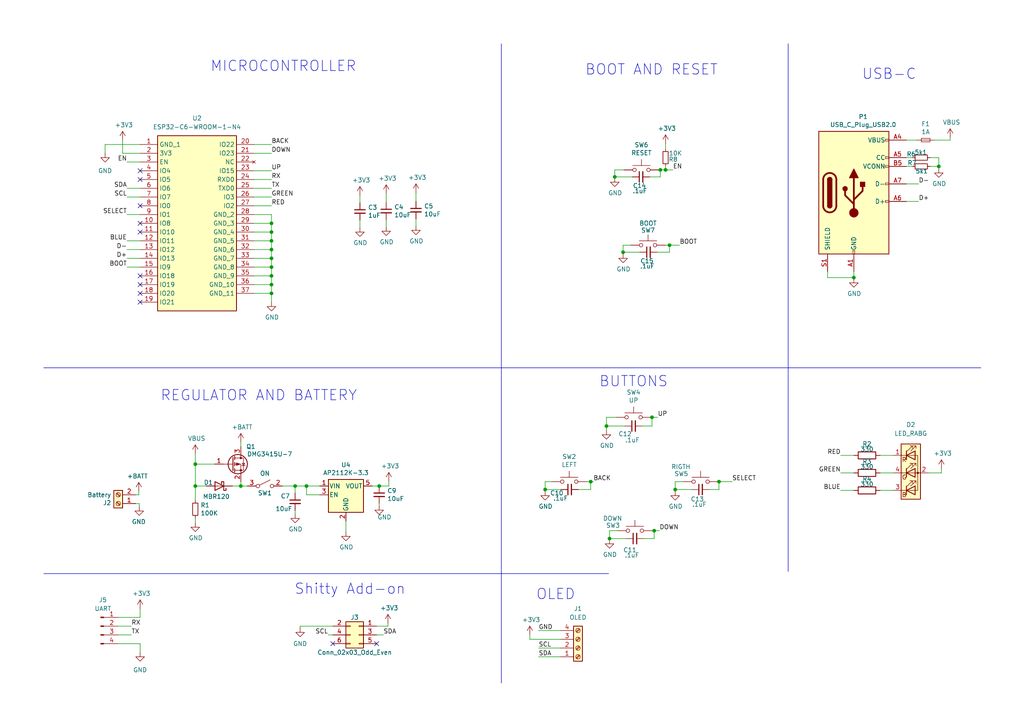
<source format=kicad_sch>
(kicad_sch (version 20231120) (generator "eeschema") (generator_version "8.0")
  (paper "A4")
  (title_block (title "ApsecPnw-2024") (date "2024-04-10") (rev "v2.0") (company "Electronic Cats"))
  (lib_symbols
    (symbol "Connector:Conn_01x04_Pin" (pin_names (offset 1.016) hide)
      (property "Reference" "J" (at 0 5.08 0))
      (property "Value" "Conn_01x04_Pin" (at 0 -7.62 0))
      (symbol "Conn_01x04_Pin_1_1"
        (polyline (pts (xy 1.27 -5.08) (xy 0.8636 -5.08)) (stroke (width 0.1524)))
        (polyline (pts (xy 1.27 -2.54) (xy 0.8636 -2.54)) (stroke (width 0.1524)))
        (polyline (pts (xy 1.27 0) (xy 0.8636 0)) (stroke (width 0.1524)))
        (polyline (pts (xy 1.27 2.54) (xy 0.8636 2.54)) (stroke (width 0.1524)))
        (rectangle (start 0.8636 -4.953) (end 0 -5.207) (stroke (width 0.1524)) (fill (type outline)))
        (rectangle (start 0.8636 -2.413) (end 0 -2.667) (stroke (width 0.1524)) (fill (type outline)))
        (rectangle (start 0.8636 0.127) (end 0 -0.127) (stroke (width 0.1524)) (fill (type outline)))
        (rectangle (start 0.8636 2.667) (end 0 2.413) (stroke (width 0.1524)) (fill (type outline)))
        (pin passive line (at 5.08 2.54 180) (length 3.81) (name "Pin_1") (number "1"))
        (pin passive line (at 5.08 0 180) (length 3.81) (name "Pin_2") (number "2"))
        (pin passive line (at 5.08 -2.54 180) (length 3.81) (name "Pin_3") (number "3"))
        (pin passive line (at 5.08 -5.08 180) (length 3.81) (name "Pin_4") (number "4"))
      )
    )
    (symbol "Connector:Screw_Terminal_01x02" (pin_names (offset 1.016) hide)
      (property "Reference" "J" (at 0 2.54 0))
      (property "Value" "Screw_Terminal_01x02" (at 0 -5.08 0))
      (symbol "Screw_Terminal_01x02_1_1"
        (rectangle (start -1.27 1.27) (end 1.27 -3.81) (stroke (width 0.254)) (fill (type background)))
        (circle (center 0 -2.54) (radius 0.635) (stroke (width 0.1524)))
        (polyline (pts (xy -0.5334 -2.2098) (xy 0.3302 -3.048)) (stroke (width 0.1524)))
        (polyline (pts (xy -0.5334 0.3302) (xy 0.3302 -0.508)) (stroke (width 0.1524)))
        (polyline (pts (xy -0.3556 -2.032) (xy 0.508 -2.8702)) (stroke (width 0.1524)))
        (polyline (pts (xy -0.3556 0.508) (xy 0.508 -0.3302)) (stroke (width 0.1524)))
        (circle (center 0 0) (radius 0.635) (stroke (width 0.1524)))
        (pin passive line (at -5.08 0 0) (length 3.81) (name "Pin_1") (number "1"))
        (pin passive line (at -5.08 -2.54 0) (length 3.81) (name "Pin_2") (number "2"))
      )
    )
    (symbol "Connector:Screw_Terminal_01x04" (pin_names (offset 1.016) hide)
      (property "Reference" "J" (at 0 5.08 0))
      (property "Value" "Screw_Terminal_01x04" (at 0 -7.62 0))
      (symbol "Screw_Terminal_01x04_1_1"
        (rectangle (start -1.27 3.81) (end 1.27 -6.35) (stroke (width 0.254)) (fill (type background)))
        (circle (center 0 -5.08) (radius 0.635) (stroke (width 0.1524)))
        (circle (center 0 -2.54) (radius 0.635) (stroke (width 0.1524)))
        (polyline (pts (xy -0.5334 -4.7498) (xy 0.3302 -5.588)) (stroke (width 0.1524)))
        (polyline (pts (xy -0.5334 -2.2098) (xy 0.3302 -3.048)) (stroke (width 0.1524)))
        (polyline (pts (xy -0.5334 0.3302) (xy 0.3302 -0.508)) (stroke (width 0.1524)))
        (polyline (pts (xy -0.5334 2.8702) (xy 0.3302 2.032)) (stroke (width 0.1524)))
        (polyline (pts (xy -0.3556 -4.572) (xy 0.508 -5.4102)) (stroke (width 0.1524)))
        (polyline (pts (xy -0.3556 -2.032) (xy 0.508 -2.8702)) (stroke (width 0.1524)))
        (polyline (pts (xy -0.3556 0.508) (xy 0.508 -0.3302)) (stroke (width 0.1524)))
        (polyline (pts (xy -0.3556 3.048) (xy 0.508 2.2098)) (stroke (width 0.1524)))
        (circle (center 0 0) (radius 0.635) (stroke (width 0.1524)))
        (circle (center 0 2.54) (radius 0.635) (stroke (width 0.1524)))
        (pin passive line (at -5.08 2.54 0) (length 3.81) (name "Pin_1") (number "1"))
        (pin passive line (at -5.08 0 0) (length 3.81) (name "Pin_2") (number "2"))
        (pin passive line (at -5.08 -2.54 0) (length 3.81) (name "Pin_3") (number "3"))
        (pin passive line (at -5.08 -5.08 0) (length 3.81) (name "Pin_4") (number "4"))
      )
    )
    (symbol "Connector_Generic:Conn_02x03_Odd_Even" (pin_names (offset 1.016) hide)
      (property "Reference" "J" (at 1.27 5.08 0))
      (property "Value" "Conn_02x03_Odd_Even" (at 1.27 -5.08 0))
      (symbol "Conn_02x03_Odd_Even_1_1"
        (rectangle (start -1.27 -2.413) (end 0 -2.667) (stroke (width 0.1524)))
        (rectangle (start -1.27 0.127) (end 0 -0.127) (stroke (width 0.1524)))
        (rectangle (start -1.27 2.667) (end 0 2.413) (stroke (width 0.1524)))
        (rectangle (start -1.27 3.81) (end 3.81 -3.81) (stroke (width 0.254)) (fill (type background)))
        (rectangle (start 3.81 -2.413) (end 2.54 -2.667) (stroke (width 0.1524)))
        (rectangle (start 3.81 0.127) (end 2.54 -0.127) (stroke (width 0.1524)))
        (rectangle (start 3.81 2.667) (end 2.54 2.413) (stroke (width 0.1524)))
        (pin passive line (at -5.08 2.54 0) (length 3.81) (name "Pin_1") (number "1"))
        (pin passive line (at 7.62 2.54 180) (length 3.81) (name "Pin_2") (number "2"))
        (pin passive line (at -5.08 0 0) (length 3.81) (name "Pin_3") (number "3"))
        (pin passive line (at 7.62 0 180) (length 3.81) (name "Pin_4") (number "4"))
        (pin passive line (at -5.08 -2.54 0) (length 3.81) (name "Pin_5") (number "5"))
        (pin passive line (at 7.62 -2.54 180) (length 3.81) (name "Pin_6") (number "6"))
      )
    )
    (symbol "Device:C_Small" (pin_numbers hide) (pin_names (offset 0.254) hide)
      (property "Reference" "C" (at 0.254 1.778 0))
      (property "Value" "C_Small" (at 0.254 -2.032 0))
      (symbol "C_Small_0_1"
        (polyline (pts (xy -1.524 -0.508) (xy 1.524 -0.508)) (stroke (width 0.3302)))
        (polyline (pts (xy -1.524 0.508) (xy 1.524 0.508)) (stroke (width 0.3048)))
      )
      (symbol "C_Small_1_1"
        (pin passive line (at 0 2.54 270) (length 2.032) (name "~") (number "1"))
        (pin passive line (at 0 -2.54 90) (length 2.032) (name "~") (number "2"))
      )
    )
    (symbol "Device:Fuse_Small" (pin_numbers hide) (pin_names (offset 0.254) hide)
      (property "Reference" "F" (at 0 -1.524 0))
      (property "Value" "Fuse_Small" (at 0 1.524 0))
      (symbol "Fuse_Small_0_1"
        (rectangle (start -1.27 0.508) (end 1.27 -0.508))
        (polyline (pts (xy -1.27 0) (xy 1.27 0)))
      )
      (symbol "Fuse_Small_1_1"
        (pin passive line (at -2.54 0 0) (length 1.27) (name "~") (number "1"))
        (pin passive line (at 2.54 0 180) (length 1.27) (name "~") (number "2"))
      )
    )
    (symbol "Device:LED_RABG" (pin_names (offset 0) hide)
      (property "Reference" "D" (at 0 9.398 0))
      (property "Value" "LED_RABG" (at 0 -8.89 0))
      (symbol "LED_RABG_0_0"
        (text "B" (at -1.905 -6.35 0) (effects (font (size 1.27 1.27))))
        (text "G" (at -1.905 -1.27 0) (effects (font (size 1.27 1.27))))
        (text "R" (at -1.905 3.81 0) (effects (font (size 1.27 1.27))))
      )
      (symbol "LED_RABG_0_1"
        (polyline (pts (xy -1.27 -5.08) (xy -2.54 -5.08)))
        (polyline (pts (xy -1.27 -5.08) (xy 1.27 -5.08)))
        (polyline (pts (xy -1.27 -3.81) (xy -1.27 -6.35)) (stroke (width 0.254)))
        (polyline (pts (xy -1.27 0) (xy -2.54 0)))
        (polyline (pts (xy -1.27 1.27) (xy -1.27 -1.27)) (stroke (width 0.254)))
        (polyline (pts (xy -1.27 5.08) (xy -2.54 5.08)))
        (polyline (pts (xy -1.27 5.08) (xy 1.27 5.08)))
        (polyline (pts (xy -1.27 6.35) (xy -1.27 3.81)) (stroke (width 0.254)))
        (polyline (pts (xy 1.27 0) (xy -1.27 0)))
        (polyline (pts (xy 1.27 0) (xy 2.54 0)))
        (polyline (pts (xy -1.27 1.27) (xy -1.27 -1.27) (xy -1.27 -1.27)))
        (polyline (pts (xy -1.27 6.35) (xy -1.27 3.81) (xy -1.27 3.81)))
        (polyline (pts (xy 1.27 -5.08) (xy 2.032 -5.08) (xy 2.032 5.08) (xy 1.27 5.08)))
        (polyline (pts (xy 1.27 -3.81) (xy 1.27 -6.35) (xy -1.27 -5.08) (xy 1.27 -3.81)) (stroke (width 0.254)))
        (polyline (pts (xy 1.27 1.27) (xy 1.27 -1.27) (xy -1.27 0) (xy 1.27 1.27)) (stroke (width 0.254)))
        (polyline (pts (xy 1.27 6.35) (xy 1.27 3.81) (xy -1.27 5.08) (xy 1.27 6.35)) (stroke (width 0.254)))
        (polyline (pts (xy -1.016 -3.81) (xy 0.508 -2.286) (xy -0.254 -2.286) (xy 0.508 -2.286) (xy 0.508 -3.048)))
        (polyline (pts (xy -1.016 1.27) (xy 0.508 2.794) (xy -0.254 2.794) (xy 0.508 2.794) (xy 0.508 2.032)))
        (polyline (pts (xy -1.016 6.35) (xy 0.508 7.874) (xy -0.254 7.874) (xy 0.508 7.874) (xy 0.508 7.112)))
        (polyline (pts (xy 0 -3.81) (xy 1.524 -2.286) (xy 0.762 -2.286) (xy 1.524 -2.286) (xy 1.524 -3.048)))
        (polyline (pts (xy 0 1.27) (xy 1.524 2.794) (xy 0.762 2.794) (xy 1.524 2.794) (xy 1.524 2.032)))
        (polyline (pts (xy 0 6.35) (xy 1.524 7.874) (xy 0.762 7.874) (xy 1.524 7.874) (xy 1.524 7.112)))
        (rectangle (start 1.27 -1.27) (end 1.27 1.27))
        (rectangle (start 1.27 1.27) (end 1.27 1.27))
        (rectangle (start 1.27 3.81) (end 1.27 6.35))
        (rectangle (start 1.27 6.35) (end 1.27 6.35))
        (circle (center 2.032 0) (radius 0.254) (fill (type outline)))
        (rectangle (start 2.794 8.382) (end -2.794 -7.62) (stroke (width 0.254)) (fill (type background)))
      )
      (symbol "LED_RABG_1_1"
        (pin passive line (at -5.08 5.08 0) (length 2.54) (name "RK") (number "1"))
        (pin passive line (at 5.08 0 180) (length 2.54) (name "A") (number "2"))
        (pin passive line (at -5.08 -5.08 0) (length 2.54) (name "BK") (number "3"))
        (pin passive line (at -5.08 0 0) (length 2.54) (name "GK") (number "4"))
      )
    )
    (symbol "Device:Q_PMOS_GSD" (pin_names (offset 0) hide)
      (property "Reference" "Q" (at 5.08 1.27 0))
      (property "Value" "Q_PMOS_GSD" (at 5.08 -1.27 0))
      (symbol "Q_PMOS_GSD_0_1"
        (polyline (pts (xy 0.254 0) (xy -2.54 0)))
        (polyline (pts (xy 0.254 1.905) (xy 0.254 -1.905)) (stroke (width 0.254)))
        (polyline (pts (xy 0.762 -1.27) (xy 0.762 -2.286)) (stroke (width 0.254)))
        (polyline (pts (xy 0.762 0.508) (xy 0.762 -0.508)) (stroke (width 0.254)))
        (polyline (pts (xy 0.762 2.286) (xy 0.762 1.27)) (stroke (width 0.254)))
        (polyline (pts (xy 2.54 2.54) (xy 2.54 1.778)))
        (polyline (pts (xy 2.54 -2.54) (xy 2.54 0) (xy 0.762 0)))
        (polyline (pts (xy 0.762 1.778) (xy 3.302 1.778) (xy 3.302 -1.778) (xy 0.762 -1.778)))
        (polyline (pts (xy 2.286 0) (xy 1.27 0.381) (xy 1.27 -0.381) (xy 2.286 0)) (fill (type outline)))
        (polyline (pts (xy 2.794 -0.508) (xy 2.921 -0.381) (xy 3.683 -0.381) (xy 3.81 -0.254)))
        (polyline (pts (xy 3.302 -0.381) (xy 2.921 0.254) (xy 3.683 0.254) (xy 3.302 -0.381)))
        (circle (center 1.651 0) (radius 2.794) (stroke (width 0.254)))
        (circle (center 2.54 -1.778) (radius 0.254) (fill (type outline)))
        (circle (center 2.54 1.778) (radius 0.254) (fill (type outline)))
      )
      (symbol "Q_PMOS_GSD_1_1"
        (pin input line (at -5.08 0 0) (length 2.54) (name "G") (number "1"))
        (pin passive line (at 2.54 -5.08 90) (length 2.54) (name "S") (number "2"))
        (pin passive line (at 2.54 5.08 270) (length 2.54) (name "D") (number "3"))
      )
    )
    (symbol "Device:R" (pin_numbers hide) (pin_names (offset 0))
      (property "Reference" "R" (at 2.032 0 90))
      (property "Value" "R" (at 0 0 90))
      (symbol "R_0_1"
        (rectangle (start -1.016 -2.54) (end 1.016 2.54) (stroke (width 0.254)))
      )
      (symbol "R_1_1"
        (pin passive line (at 0 3.81 270) (length 1.27) (name "~") (number "1"))
        (pin passive line (at 0 -3.81 90) (length 1.27) (name "~") (number "2"))
      )
    )
    (symbol "Device:R_Small" (pin_numbers hide) (pin_names (offset 0.254) hide)
      (property "Reference" "R" (at 0.762 0.508 0))
      (property "Value" "R_Small" (at 0.762 -1.016 0))
      (symbol "R_Small_0_1"
        (rectangle (start -0.762 1.778) (end 0.762 -1.778) (stroke (width 0.2032)))
      )
      (symbol "R_Small_1_1"
        (pin passive line (at 0 2.54 270) (length 0.762) (name "~") (number "1"))
        (pin passive line (at 0 -2.54 90) (length 0.762) (name "~") (number "2"))
      )
    )
    (symbol "Diode:MBR340" (pin_numbers hide) (pin_names (offset 1.016) hide)
      (property "Reference" "D" (at 0 2.54 0))
      (property "Value" "MBR340" (at 0 -2.54 0))
      (symbol "MBR340_0_1"
        (polyline (pts (xy 1.27 0) (xy -1.27 0)))
        (polyline (pts (xy 1.27 1.27) (xy 1.27 -1.27) (xy -1.27 0) (xy 1.27 1.27)) (stroke (width 0.254)))
        (polyline (pts (xy -1.905 0.635) (xy -1.905 1.27) (xy -1.27 1.27) (xy -1.27 -1.27) (xy -0.635 -1.27) (xy -0.635 -0.635)) (stroke (width 0.254)))
      )
      (symbol "MBR340_1_1"
        (pin passive line (at -3.81 0 0) (length 2.54) (name "K") (number "1"))
        (pin passive line (at 3.81 0 180) (length 2.54) (name "A") (number "2"))
      )
    )
    (symbol "ESP32-C6-WROOM-1-N4:ESP32-C6-WROOM-1-N4"
      (property "Reference" "IC" (at 29.21 7.62 0))
      (property "Value" "ESP32-C6-WROOM-1-N4" (at 29.21 5.08 0))
      (symbol "ESP32-C6-WROOM-1-N4_1_1"
        (rectangle (start 5.08 2.54) (end 27.94 -48.26) (stroke (width 0.254)) (fill (type background)))
        (pin passive line (at 0 0 0) (length 5.08) (name "GND_1") (number "1"))
        (pin passive line (at 0 -22.86 0) (length 5.08) (name "IO8") (number "10"))
        (pin passive line (at 0 -25.4 0) (length 5.08) (name "IO10") (number "11"))
        (pin passive line (at 0 -27.94 0) (length 5.08) (name "IO11") (number "12"))
        (pin passive line (at 0 -30.48 0) (length 5.08) (name "IO12") (number "13"))
        (pin passive line (at 0 -33.02 0) (length 5.08) (name "IO13") (number "14"))
        (pin passive line (at 0 -35.56 0) (length 5.08) (name "IO9") (number "15"))
        (pin passive line (at 0 -38.1 0) (length 5.08) (name "IO18") (number "16"))
        (pin passive line (at 0 -40.64 0) (length 5.08) (name "IO19") (number "17"))
        (pin passive line (at 0 -43.18 0) (length 5.08) (name "IO20") (number "18"))
        (pin passive line (at 0 -45.72 0) (length 5.08) (name "IO21") (number "19"))
        (pin passive line (at 0 -2.54 0) (length 5.08) (name "3V3") (number "2"))
        (pin passive line (at 33.02 0 180) (length 5.08) (name "IO22") (number "20"))
        (pin passive line (at 33.02 -2.54 180) (length 5.08) (name "IO23") (number "21"))
        (pin no_connect line (at 33.02 -5.08 180) (length 5.08) (name "NC") (number "22"))
        (pin passive line (at 33.02 -7.62 180) (length 5.08) (name "IO15") (number "23"))
        (pin passive line (at 33.02 -10.16 180) (length 5.08) (name "RXD0") (number "24"))
        (pin passive line (at 33.02 -12.7 180) (length 5.08) (name "TXD0") (number "25"))
        (pin passive line (at 33.02 -15.24 180) (length 5.08) (name "IO3") (number "26"))
        (pin passive line (at 33.02 -17.78 180) (length 5.08) (name "IO2") (number "27"))
        (pin passive line (at 33.02 -20.32 180) (length 5.08) (name "GND_2") (number "28"))
        (pin passive line (at 33.02 -22.86 180) (length 5.08) (name "GND_3") (number "29"))
        (pin passive line (at 0 -5.08 0) (length 5.08) (name "EN") (number "3"))
        (pin passive line (at 33.02 -25.4 180) (length 5.08) (name "GND_4") (number "30"))
        (pin passive line (at 33.02 -27.94 180) (length 5.08) (name "GND_5") (number "31"))
        (pin passive line (at 33.02 -30.48 180) (length 5.08) (name "GND_6") (number "32"))
        (pin passive line (at 33.02 -33.02 180) (length 5.08) (name "GND_7") (number "33"))
        (pin passive line (at 33.02 -35.56 180) (length 5.08) (name "GND_8") (number "34"))
        (pin passive line (at 33.02 -38.1 180) (length 5.08) (name "GND_9") (number "35"))
        (pin passive line (at 33.02 -40.64 180) (length 5.08) (name "GND_10") (number "36"))
        (pin passive line (at 33.02 -43.18 180) (length 5.08) (name "GND_11") (number "37"))
        (pin passive line (at 0 -7.62 0) (length 5.08) (name "IO4") (number "4"))
        (pin passive line (at 0 -10.16 0) (length 5.08) (name "IO5") (number "5"))
        (pin passive line (at 0 -12.7 0) (length 5.08) (name "IO6") (number "6"))
        (pin passive line (at 0 -15.24 0) (length 5.08) (name "IO7") (number "7"))
        (pin passive line (at 0 -17.78 0) (length 5.08) (name "IO0") (number "8"))
        (pin passive line (at 0 -20.32 0) (length 5.08) (name "IO1") (number "9"))
      )
    )
    (symbol "HunterCat-NFC-rescue:AP2112K-3.3-Regulator_Linear" (pin_names (offset 0.254))
      (property "Reference" "U" (at -5.08 5.715 0))
      (property "Value" "AP2112K-3.3-Regulator_Linear" (at 0 5.715 0))
      (symbol "AP2112K-3.3-Regulator_Linear_0_1"
        (rectangle (start -5.08 4.445) (end 5.08 -5.08) (stroke (width 0.254)) (fill (type background)))
      )
      (symbol "AP2112K-3.3-Regulator_Linear_1_1"
        (pin power_in line (at -7.62 2.54 0) (length 2.54) (name "VIN") (number "1"))
        (pin power_in line (at 0 -7.62 90) (length 2.54) (name "GND") (number "2"))
        (pin input line (at -7.62 0 0) (length 2.54) (name "EN") (number "3"))
        (pin no_connect line (at 7.62 0 180) (length 2.54) hide (name "NC") (number "4"))
        (pin power_out line (at 7.62 2.54 180) (length 2.54) (name "VOUT") (number "5"))
      )
    )
    (symbol "HunterCat-NFC-rescue:USB_C_Plug_USB2.0-Connector" (pin_names (offset 1.016))
      (property "Reference" "P" (at -10.16 19.05 0))
      (property "Value" "USB_C_Plug_USB2.0-Connector" (at 12.7 19.05 0))
      (symbol "USB_C_Plug_USB2.0-Connector_0_0"
        (rectangle (start -0.254 -17.78) (end 0.254 -16.764))
        (rectangle (start 10.16 -2.286) (end 9.144 -2.794))
        (rectangle (start 10.16 2.794) (end 9.144 2.286))
        (rectangle (start 10.16 7.874) (end 9.144 7.366))
        (rectangle (start 10.16 10.414) (end 9.144 9.906))
        (rectangle (start 10.16 15.494) (end 9.144 14.986))
      )
      (symbol "USB_C_Plug_USB2.0-Connector_0_1"
        (rectangle (start -10.16 17.78) (end 10.16 -17.78) (stroke (width 0.254)) (fill (type background)))
        (arc (start -8.89 -3.81) (mid -6.985 -5.7067) (end -5.08 -3.81) (stroke (width 0.508)))
        (arc (start -7.62 -3.81) (mid -6.985 -4.4423) (end -6.35 -3.81) (stroke (width 0.254)))
        (arc (start -7.62 -3.81) (mid -6.985 -4.4423) (end -6.35 -3.81) (stroke (width 0.254)) (fill (type outline)))
        (rectangle (start -7.62 -3.81) (end -6.35 3.81) (stroke (width 0.254)) (fill (type outline)))
        (arc (start -6.35 3.81) (mid -6.985 4.4423) (end -7.62 3.81) (stroke (width 0.254)))
        (arc (start -6.35 3.81) (mid -6.985 4.4423) (end -7.62 3.81) (stroke (width 0.254)) (fill (type outline)))
        (arc (start -5.08 3.81) (mid -6.985 5.7067) (end -8.89 3.81) (stroke (width 0.508)))
        (circle (center -2.54 1.143) (radius 0.635) (stroke (width 0.254)) (fill (type outline)))
        (circle (center 0 -5.842) (radius 1.27) (fill (type outline)))
        (polyline (pts (xy -8.89 -3.81) (xy -8.89 3.81)) (stroke (width 0.508)))
        (polyline (pts (xy -5.08 3.81) (xy -5.08 -3.81)) (stroke (width 0.508)))
        (polyline (pts (xy 0 -5.842) (xy 0 4.318)) (stroke (width 0.508)))
        (polyline (pts (xy 0 -3.302) (xy -2.54 -0.762) (xy -2.54 0.508)) (stroke (width 0.508)))
        (polyline (pts (xy 0 -2.032) (xy 2.54 0.508) (xy 2.54 1.778)) (stroke (width 0.508)))
        (polyline (pts (xy -1.27 4.318) (xy 0 6.858) (xy 1.27 4.318) (xy -1.27 4.318)) (stroke (width 0.254)) (fill (type outline)))
        (rectangle (start 1.905 1.778) (end 3.175 3.048) (stroke (width 0.254)) (fill (type outline)))
      )
      (symbol "USB_C_Plug_USB2.0-Connector_1_1"
        (pin power_in line (at 0 -22.86 90) (length 5.08) (name "GND") (number "A1"))
        (pin passive line (at 0 -22.86 90) (length 5.08) hide (name "GND") (number "A12"))
        (pin power_in line (at 15.24 15.24 180) (length 5.08) (name "VBUS") (number "A4"))
        (pin bidirectional line (at 15.24 10.16 180) (length 5.08) (name "CC") (number "A5"))
        (pin bidirectional line (at 15.24 -2.54 180) (length 5.08) (name "D+") (number "A6"))
        (pin bidirectional line (at 15.24 2.54 180) (length 5.08) (name "D-") (number "A7"))
        (pin passive line (at 15.24 15.24 180) (length 5.08) hide (name "VBUS") (number "A9"))
        (pin passive line (at 0 -22.86 90) (length 5.08) hide (name "GND") (number "B1"))
        (pin passive line (at 0 -22.86 90) (length 5.08) hide (name "GND") (number "B12"))
        (pin passive line (at 15.24 15.24 180) (length 5.08) hide (name "VBUS") (number "B4"))
        (pin bidirectional line (at 15.24 7.62 180) (length 5.08) (name "VCONN") (number "B5"))
        (pin passive line (at 15.24 15.24 180) (length 5.08) hide (name "VBUS") (number "B9"))
        (pin passive line (at -7.62 -22.86 90) (length 5.08) (name "SHIELD") (number "S1"))
      )
    )
    (symbol "Switch:SW_Push" (pin_numbers hide) (pin_names (offset 1.016) hide)
      (property "Reference" "SW" (at 1.27 2.54 0))
      (property "Value" "SW_Push" (at 0 -1.524 0))
      (symbol "SW_Push_0_1"
        (circle (center -2.032 0) (radius 0.508))
        (polyline (pts (xy 0 1.27) (xy 0 3.048)))
        (polyline (pts (xy 2.54 1.27) (xy -2.54 1.27)))
        (circle (center 2.032 0) (radius 0.508))
        (pin passive line (at -5.08 0 0) (length 2.54) (name "1") (number "1"))
        (pin passive line (at 5.08 0 180) (length 2.54) (name "2") (number "2"))
      )
    )
    (symbol "Switch:SW_SPST" (pin_names (offset 0) hide)
      (property "Reference" "SW1" (at 0 -2.032 0))
      (property "Value" "ON" (at 0 3.6576 0))
      (symbol "SW_SPST_0_0"
        (circle (center -2.032 0) (radius 0.508))
        (polyline (pts (xy -1.524 0.254) (xy 1.524 1.778)))
        (circle (center 2.032 0) (radius 0.508))
      )
      (symbol "SW_SPST_1_1"
        (pin passive line (at 5.08 0 180) (length 2.54) (name "B") (number "2"))
        (pin passive line (at -5.08 0 0) (length 2.54) (name "A") (number "3"))
      )
    )
    (symbol "power:+3V3" (power) (pin_names (offset 0))
      (property "Value" "+3V3" (at 0 3.556 0))
      (symbol "+3V3_0_1"
        (polyline (pts (xy -0.762 1.27) (xy 0 2.54)))
        (polyline (pts (xy 0 0) (xy 0 2.54)))
        (polyline (pts (xy 0 2.54) (xy 0.762 1.27)))
      )
      (symbol "+3V3_1_1"
        (pin power_in line (at 0 0 90) (length 0) hide (name "+3V3") (number "1"))
      )
    )
    (symbol "power:+BATT" (power) (pin_names (offset 0))
      (property "Value" "+BATT" (at 0 3.556 0))
      (symbol "+BATT_0_1"
        (polyline (pts (xy -0.762 1.27) (xy 0 2.54)))
        (polyline (pts (xy 0 0) (xy 0 2.54)))
        (polyline (pts (xy 0 2.54) (xy 0.762 1.27)))
      )
      (symbol "+BATT_1_1"
        (pin power_in line (at 0 0 90) (length 0) hide (name "+BATT") (number "1"))
      )
    )
    (symbol "power:GND" (power) (pin_names (offset 0))
      (property "Value" "GND" (at 0 -3.81 0))
      (symbol "GND_0_1"
        (polyline (pts (xy 0 0) (xy 0 -1.27) (xy 1.27 -1.27) (xy 0 -2.54) (xy -1.27 -1.27) (xy 0 -1.27)))
      )
      (symbol "GND_1_1"
        (pin power_in line (at 0 0 270) (length 0) hide (name "GND") (number "1"))
      )
    )
    (symbol "power:VBUS" (power) (pin_names (offset 0))
      (property "Value" "VBUS" (at 0 3.81 0))
      (symbol "VBUS_0_1"
        (polyline (pts (xy -0.762 1.27) (xy 0 2.54)))
        (polyline (pts (xy 0 0) (xy 0 2.54)))
        (polyline (pts (xy 0 2.54) (xy 0.762 1.27)))
      )
      (symbol "VBUS_1_1"
        (pin power_in line (at 0 0 90) (length 0) hide (name "VBUS") (number "1"))
      )
    )
  )
  (junction (at 85.598 140.97))
  (junction (at 176.784 156.21))
  (junction (at 56.642 140.97))
  (junction (at 189.738 153.924))
  (junction (at 88.9 140.97))
  (junction (at 56.642 134.62))
  (junction (at 189.103 121.031))
  (junction (at 78.74 74.93))
  (junction (at 109.982 140.97))
  (junction (at 78.74 82.55))
  (junction (at 195.834 141.986))
  (junction (at 193.04 49.276))
  (junction (at 78.74 80.01))
  (junction (at 158.115 141.986))
  (junction (at 78.74 72.39))
  (junction (at 78.74 85.09))
  (junction (at 78.74 67.31))
  (junction (at 208.534 139.7))
  (junction (at 175.895 123.571))
  (junction (at 78.74 77.47))
  (junction (at 272.288 48.26))
  (junction (at 171.323 139.7))
  (junction (at 191.516 49.276))
  (junction (at 69.85 140.97))
  (junction (at 178.308 51.308))
  (junction (at 180.721 73.152))
  (junction (at 247.65 80.518))
  (junction (at 194.183 71.12))
  (junction (at 78.74 64.77))
  (junction (at 78.74 69.85))
  (no_connect (at 40.64 82.55))
  (no_connect (at 40.64 52.07))
  (no_connect (at 40.64 59.69))
  (no_connect (at 109.22 186.69))
  (no_connect (at 40.64 87.63))
  (no_connect (at 40.64 67.31))
  (no_connect (at 40.64 80.01))
  (no_connect (at 96.52 186.69))
  (no_connect (at 40.64 49.53))
  (no_connect (at 40.64 85.09))
  (no_connect (at 40.64 64.77))
  (wire (pts (xy 78.74 72.39) (xy 78.74 74.93)))
  (wire (pts (xy 167.767 141.986) (xy 171.323 141.986)))
  (wire (pts (xy 189.103 123.571) (xy 189.103 121.031)))
  (wire (pts (xy 78.74 57.15) (xy 73.66 57.15)))
  (wire (pts (xy 30.48 41.91) (xy 40.64 41.91)))
  (wire (pts (xy 262.89 53.34) (xy 266.446 53.34)))
  (wire (pts (xy 100.33 151.13) (xy 100.33 154.305)))
  (wire (pts (xy 39.37 143.51) (xy 40.259 143.51)))
  (wire (pts (xy 178.689 121.031) (xy 175.895 121.031)))
  (wire (pts (xy 170.18 139.7) (xy 171.323 139.7)))
  (wire (pts (xy 271.018 40.64) (xy 275.59 40.64)))
  (wire (pts (xy 38.1 181.61) (xy 34.29 181.61)))
  (wire (pts (xy 40.64 179.07) (xy 34.29 179.07)))
  (wire (pts (xy 195.834 141.986) (xy 200.66 141.986)))
  (wire (pts (xy 193.04 49.276) (xy 195.1736 49.276)))
  (wire (pts (xy 36.83 69.85) (xy 40.64 69.85)))
  (wire (pts (xy 272.288 48.26) (xy 272.288 48.895)))
  (wire (pts (xy 78.74 59.69) (xy 73.66 59.69)))
  (wire (pts (xy 112.522 181.61) (xy 109.22 181.61)))
  (wire (pts (xy 73.66 67.31) (xy 78.74 67.31)))
  (wire (pts (xy 69.85 129.54) (xy 69.85 128.27)))
  (wire (pts (xy 85.598 140.97) (xy 88.9 140.97)))
  (wire (pts (xy 56.642 140.97) (xy 56.642 145.161)))
  (wire (pts (xy 243.84 142.24) (xy 247.65 142.24)))
  (wire (pts (xy 275.59 40.64) (xy 275.59 39.878)))
  (wire (pts (xy 179.07 153.924) (xy 176.784 153.924)))
  (wire (pts (xy 62.23 134.62) (xy 56.642 134.62)))
  (wire (pts (xy 189.103 121.031) (xy 190.754 121.031)))
  (wire (pts (xy 73.66 74.93) (xy 78.74 74.93)))
  (wire (pts (xy 193.04 48.26) (xy 193.04 49.276)))
  (wire (pts (xy 73.66 77.47) (xy 78.74 77.47)))
  (wire (pts (xy 40.386 146.05) (xy 40.386 146.939)))
  (wire (pts (xy 85.598 148.082) (xy 85.598 149.098)))
  (wire (pts (xy 240.03 78.74) (xy 240.03 80.518)))
  (polyline (pts (xy 12.7 166.37) (xy 176.53 166.37)))
  (wire (pts (xy 78.74 49.53) (xy 73.66 49.53)))
  (wire (pts (xy 36.83 62.23) (xy 40.64 62.23)))
  (wire (pts (xy 78.74 69.85) (xy 78.74 72.39)))
  (wire (pts (xy 208.28 139.7) (xy 208.534 139.7)))
  (wire (pts (xy 158.115 141.986) (xy 162.687 141.986)))
  (wire (pts (xy 78.74 80.01) (xy 78.74 82.55)))
  (wire (pts (xy 87.0458 181.61) (xy 96.52 181.61)))
  (wire (pts (xy 175.895 121.031) (xy 175.895 123.571)))
  (wire (pts (xy 198.12 139.7) (xy 195.834 139.7)))
  (wire (pts (xy 247.65 80.518) (xy 247.65 80.772)))
  (wire (pts (xy 78.74 82.55) (xy 78.74 85.09)))
  (wire (pts (xy 273.05 137.16) (xy 269.24 137.16)))
  (wire (pts (xy 73.66 72.39) (xy 78.74 72.39)))
  (wire (pts (xy 73.66 69.85) (xy 78.74 69.85)))
  (wire (pts (xy 78.74 67.31) (xy 78.74 69.85)))
  (wire (pts (xy 188.468 51.308) (xy 191.516 51.308)))
  (wire (pts (xy 69.85 139.7) (xy 69.85 140.97)))
  (polyline (pts (xy 12.7 106.68) (xy 284.48 106.68)))
  (wire (pts (xy 269.748 48.26) (xy 272.288 48.26)))
  (wire (pts (xy 36.83 57.15) (xy 40.64 57.15)))
  (wire (pts (xy 73.66 80.01) (xy 78.74 80.01)))
  (wire (pts (xy 59.817 140.97) (xy 56.642 140.97)))
  (wire (pts (xy 56.642 150.241) (xy 56.642 151.638)))
  (wire (pts (xy 78.74 85.09) (xy 78.74 87.63)))
  (wire (pts (xy 208.534 139.7) (xy 212.344 139.7)))
  (wire (pts (xy 78.74 74.93) (xy 78.74 77.47)))
  (wire (pts (xy 78.74 44.45) (xy 73.66 44.45)))
  (wire (pts (xy 205.74 141.986) (xy 208.534 141.986)))
  (wire (pts (xy 40.64 176.53) (xy 40.64 179.07)))
  (wire (pts (xy 208.534 141.986) (xy 208.534 139.7)))
  (wire (pts (xy 188.849 121.031) (xy 189.103 121.031)))
  (wire (pts (xy 269.748 45.72) (xy 272.288 45.72)))
  (wire (pts (xy 189.23 153.924) (xy 189.738 153.924)))
  (wire (pts (xy 85.598 143.002) (xy 85.598 140.97)))
  (wire (pts (xy 178.308 49.276) (xy 178.308 51.308)))
  (wire (pts (xy 73.66 82.55) (xy 78.74 82.55)))
  (wire (pts (xy 193.04 71.12) (xy 194.183 71.12)))
  (wire (pts (xy 109.982 140.97) (xy 112.776 140.97)))
  (wire (pts (xy 88.9 140.97) (xy 92.71 140.97)))
  (wire (pts (xy 88.9 143.51) (xy 92.71 143.51)))
  (wire (pts (xy 273.05 137.16) (xy 273.05 135.89)))
  (wire (pts (xy 120.65 63.5) (xy 120.65 65.532)))
  (wire (pts (xy 112.014 63.754) (xy 112.014 65.786)))
  (wire (pts (xy 194.183 71.12) (xy 197.104 71.12)))
  (wire (pts (xy 78.74 62.23) (xy 78.74 64.77)))
  (wire (pts (xy 255.27 137.16) (xy 259.08 137.16)))
  (wire (pts (xy 262.89 48.26) (xy 264.668 48.26)))
  (wire (pts (xy 87.0458 182.1434) (xy 87.0458 181.61)))
  (wire (pts (xy 78.74 64.77) (xy 78.74 67.31)))
  (wire (pts (xy 191.516 49.276) (xy 193.04 49.276)))
  (wire (pts (xy 78.74 77.47) (xy 78.74 80.01)))
  (wire (pts (xy 178.308 51.308) (xy 178.308 51.562)))
  (wire (pts (xy 176.784 156.21) (xy 181.61 156.21)))
  (wire (pts (xy 30.48 41.91) (xy 30.48 44.45)))
  (wire (pts (xy 255.27 142.24) (xy 259.08 142.24)))
  (polyline (pts (xy 145.415 198.12) (xy 145.415 12.7)))
  (wire (pts (xy 158.115 141.986) (xy 158.115 142.494)))
  (wire (pts (xy 81.915 140.97) (xy 85.598 140.97)))
  (wire (pts (xy 158.115 139.7) (xy 158.115 141.986)))
  (wire (pts (xy 175.895 123.571) (xy 175.895 124.841)))
  (wire (pts (xy 40.259 143.51) (xy 40.259 142.494)))
  (wire (pts (xy 180.721 73.152) (xy 180.721 73.66)))
  (wire (pts (xy 120.65 55.88) (xy 120.65 58.42)))
  (wire (pts (xy 243.84 137.16) (xy 247.65 137.16)))
  (wire (pts (xy 104.394 56.642) (xy 104.394 58.801)))
  (wire (pts (xy 186.309 123.571) (xy 189.103 123.571)))
  (wire (pts (xy 107.95 140.97) (xy 109.982 140.97)))
  (wire (pts (xy 175.895 123.571) (xy 181.229 123.571)))
  (wire (pts (xy 36.83 46.99) (xy 40.64 46.99)))
  (wire (pts (xy 36.83 74.93) (xy 40.64 74.93)))
  (wire (pts (xy 272.288 45.72) (xy 272.288 48.26)))
  (wire (pts (xy 255.27 132.08) (xy 259.08 132.08)))
  (wire (pts (xy 40.64 189.23) (xy 40.64 186.69)))
  (wire (pts (xy 109.22 184.15) (xy 111.2012 184.15)))
  (wire (pts (xy 36.83 77.47) (xy 40.64 77.47)))
  (wire (pts (xy 38.1 184.15) (xy 34.29 184.15)))
  (wire (pts (xy 180.975 49.276) (xy 178.308 49.276)))
  (wire (pts (xy 195.834 139.7) (xy 195.834 141.986)))
  (wire (pts (xy 39.37 146.05) (xy 40.386 146.05)))
  (wire (pts (xy 191.516 51.308) (xy 191.516 49.276)))
  (wire (pts (xy 189.738 156.21) (xy 189.738 153.924)))
  (wire (pts (xy 156.21 182.88) (xy 162.56 182.88)))
  (wire (pts (xy 180.721 73.152) (xy 185.547 73.152)))
  (wire (pts (xy 189.738 153.924) (xy 191.262 153.924)))
  (wire (pts (xy 73.66 62.23) (xy 78.74 62.23)))
  (polyline (pts (xy 228.6 165.735) (xy 228.6 12.7)))
  (wire (pts (xy 112.522 180.7464) (xy 112.522 181.61)))
  (wire (pts (xy 56.642 140.97) (xy 56.642 134.62)))
  (wire (pts (xy 78.74 54.61) (xy 73.66 54.61)))
  (wire (pts (xy 240.03 80.518) (xy 247.65 80.518)))
  (wire (pts (xy 193.04 41.656) (xy 193.04 43.18)))
  (wire (pts (xy 71.755 140.97) (xy 69.85 140.97)))
  (wire (pts (xy 109.982 146.05) (xy 109.982 146.685)))
  (wire (pts (xy 247.65 78.74) (xy 247.65 80.518)))
  (wire (pts (xy 180.721 71.12) (xy 180.721 73.152)))
  (wire (pts (xy 35.56 44.45) (xy 40.64 44.45)))
  (wire (pts (xy 195.834 141.986) (xy 195.834 142.494)))
  (wire (pts (xy 78.74 41.91) (xy 73.66 41.91)))
  (wire (pts (xy 186.69 156.21) (xy 189.738 156.21)))
  (wire (pts (xy 73.66 85.09) (xy 78.74 85.09)))
  (wire (pts (xy 171.323 141.986) (xy 171.323 139.7)))
  (wire (pts (xy 262.89 40.64) (xy 265.938 40.64)))
  (wire (pts (xy 194.183 73.152) (xy 194.183 71.12)))
  (wire (pts (xy 153.67 185.42) (xy 162.56 185.42)))
  (wire (pts (xy 78.74 52.07) (xy 73.66 52.07)))
  (wire (pts (xy 262.89 45.72) (xy 264.668 45.72)))
  (wire (pts (xy 35.56 40.64) (xy 35.56 44.45)))
  (wire (pts (xy 171.323 139.7) (xy 172.085 139.7)))
  (wire (pts (xy 88.9 143.51) (xy 88.9 140.97)))
  (wire (pts (xy 262.89 58.42) (xy 266.446 58.42)))
  (wire (pts (xy 178.308 51.308) (xy 183.388 51.308)))
  (wire (pts (xy 176.784 156.21) (xy 176.784 156.464)))
  (wire (pts (xy 112.776 140.97) (xy 112.776 139.573)))
  (wire (pts (xy 176.784 153.924) (xy 176.784 156.21)))
  (wire (pts (xy 36.83 54.61) (xy 40.64 54.61)))
  (wire (pts (xy 153.67 184.15) (xy 153.67 185.42)))
  (wire (pts (xy 191.135 49.276) (xy 191.516 49.276)))
  (wire (pts (xy 73.66 64.77) (xy 78.74 64.77)))
  (wire (pts (xy 40.64 186.69) (xy 34.29 186.69)))
  (wire (pts (xy 182.88 71.12) (xy 180.721 71.12)))
  (wire (pts (xy 156.21 190.5) (xy 162.56 190.5)))
  (wire (pts (xy 104.394 63.881) (xy 104.394 66.04)))
  (wire (pts (xy 95.1738 184.15) (xy 96.52 184.15)))
  (wire (pts (xy 156.21 187.96) (xy 162.56 187.96)))
  (wire (pts (xy 190.627 73.152) (xy 194.183 73.152)))
  (wire (pts (xy 112.014 56.134) (xy 112.014 58.674)))
  (wire (pts (xy 56.642 134.62) (xy 56.642 131.572)))
  (wire (pts (xy 160.02 139.7) (xy 158.115 139.7)))
  (wire (pts (xy 36.83 72.39) (xy 40.64 72.39)))
  (wire (pts (xy 243.84 132.08) (xy 247.65 132.08)))
  (wire (pts (xy 69.85 140.97) (xy 67.437 140.97)))
  (text "USB-C\n" (at 249.936 23.368 0) (effects (font (size 3 3)) (justify left bottom)))
  (text "REGULATOR AND BATTERY" (at 46.482 116.586 0) (effects (font (size 3 3)) (justify left bottom)))
  (text "BUTTONS" (at 173.736 112.522 0) (effects (font (size 3 3)) (justify left bottom)))
  (text "Shitty Add-on\n" (at 85.344 172.72 0) (effects (font (size 3 3)) (justify left bottom)))
  (text "BOOT AND RESET\n" (at 169.672 22.098 0) (effects (font (size 3 3)) (justify left bottom)))
  (text "MICROCONTROLLER" (at 60.96 21.082 0) (effects (font (size 3 3)) (justify left bottom)))
  (text "OLED" (at 155.448 174.244 0) (effects (font (size 3 3)) (justify left bottom)))
  (label "SDA" (at 111.2012 184.15 0))
  (label "BACK" (at 172.085 139.7 0))
  (label "SCL" (at 95.1738 184.15 180))
  (label "DOWN" (at 191.262 153.924 0))
  (label "D-" (at 36.83 72.39 180))
  (label "BLUE" (at 36.83 69.85 180))
  (label "BACK" (at 78.74 41.91 0))
  (label "SELECT" (at 212.344 139.7 0))
  (label "BOOT" (at 36.83 77.47 180))
  (label "UP" (at 190.754 121.031 0))
  (label "RX" (at 78.74 52.07 0))
  (label "EN" (at 195.1736 49.276 0))
  (label "GREEN" (at 243.84 137.16 180))
  (label "GREEN" (at 78.74 57.15 0))
  (label "SDA" (at 36.83 54.61 180))
  (label "BLUE" (at 243.84 142.24 180))
  (label "UP" (at 78.74 49.53 0))
  (label "TX" (at 78.74 54.61 0))
  (label "D-" (at 266.446 53.34 0))
  (label "D+" (at 266.446 58.42 0))
  (label "RX" (at 38.1 181.61 0))
  (label "SELECT" (at 36.83 62.23 180))
  (label "DOWN" (at 78.74 44.45 0))
  (label "GND" (at 156.21 182.88 0))
  (label "EN" (at 36.83 46.99 180))
  (label "SDA" (at 156.21 190.5 0))
  (label "RED" (at 243.84 132.08 180))
  (label "RED" (at 78.74 59.69 0))
  (label "SCL" (at 156.21 187.96 0))
  (label "SCL" (at 36.83 57.15 180))
  (label "BOOT" (at 197.104 71.12 0))
  (label "D+" (at 36.83 74.93 180))
  (label "TX" (at 38.1 184.15 0))
  (symbol (lib_id "power:GND") (at 109.982 146.685 0) (unit 1)
    (property "Reference" "#PWR033" (effects (hide yes)))
    (property "Value" "GND" (at 111.506 149.987 0))
  )
  (symbol (lib_id "Device:C_Small") (at 203.2 141.986 90) (unit 1)
    (property "Reference" "C13" (at 204.216 144.78 90) (effects (justify left)))
    (property "Value" ".1uF" (at 204.978 146.304 90) (effects (justify left)))
    (property "Footprint" "Capacitor_SMD:C_0603_1608Metric" (effects (hide yes)))
    (property "LCSC#" "C478888" (effects (hide yes)))
  )
  (symbol (lib_id "Device:C_Small") (at 188.087 73.152 90) (unit 1)
    (property "Reference" "C15" (at 189.611 75.692 90) (effects (justify left)))
    (property "Value" ".1uF" (at 189.865 77.216 90) (effects (justify left)))
    (property "Footprint" "Capacitor_SMD:C_0603_1608Metric" (effects (hide yes)))
    (property "LCSC#" "C478888" (effects (hide yes)))
  )
  (symbol (lib_id "power:+BATT") (at 69.85 128.27 0) (unit 1)
    (property "Reference" "#PWR022" (effects (hide yes)))
    (property "Value" "+BATT" (at 70.231 123.8758 0))
  )
  (symbol (lib_id "Connector:Screw_Terminal_01x04") (at 167.64 187.96 0) (mirror x) (unit 1)
    (property "Reference" "J1" (at 167.64 176.53 0))
    (property "Value" "OLED" (at 167.64 179.07 0))
    (property "Footprint" "Footprints:Display OLED 128 x32" (effects (hide yes)))
    (property "manf#" "Display Oled Azul y Blanco 128×64 0.96″ I2C SSD1306" (effects (hide yes)))
    (property "Proveedor" "UNIT" (effects (hide yes)))
  )
  (symbol (lib_id "Device:C_Small") (at 183.769 123.571 90) (unit 1)
    (property "Reference" "C12" (at 183.261 125.857 90) (effects (justify left)))
    (property "Value" ".1uF" (at 185.547 127.635 90) (effects (justify left)))
    (property "Footprint" "Capacitor_SMD:C_0603_1608Metric" (effects (hide yes)))
    (property "LCSC#" "C478888" (effects (hide yes)))
  )
  (symbol (lib_id "Device:R_Small") (at 267.208 45.72 270) (unit 1)
    (property "Reference" "R6" (at 264.287 44.704 90))
    (property "Value" "5k1" (at 267.081 44.196 90))
    (property "Footprint" "Resistor_SMD:R_0603_1608Metric" (effects (hide yes)))
    (property "LCSC#" "C311919" (effects (hide yes)))
  )
  (symbol (lib_id "power:GND") (at 104.394 66.04 0) (unit 1)
    (property "Reference" "#PWR013" (effects (hide yes)))
    (property "Value" "GND" (at 104.521 70.4342 0))
  )
  (symbol (lib_id "power:GND") (at 272.288 48.895 0) (unit 1)
    (property "Reference" "#PWR049" (effects (hide yes)))
    (property "Value" "GND" (at 272.415 53.2892 0))
  )
  (symbol (lib_id "power:+3V3") (at 104.394 56.642 0) (unit 1)
    (property "Reference" "#PWR012" (effects (hide yes)))
    (property "Value" "+3V3" (at 104.775 52.2478 0))
  )
  (symbol (lib_id "Device:R") (at 251.46 142.24 90) (unit 1)
    (property "Reference" "R4" (at 251.46 138.938 90))
    (property "Value" "330" (at 251.46 140.462 90))
    (property "Footprint" "Resistor_SMD:R_0603_1608Metric" (effects (hide yes)))
    (property "Description" "Resistor" (effects (hide yes)))
    (property "LCSC#" "C25231" (effects (hide yes)))
  )
  (symbol (lib_id "HunterCat-NFC-rescue:AP2112K-3.3-Regulator_Linear") (at 100.33 143.51 0) (unit 1)
    (property "Reference" "U4" (at 100.33 134.8232 0))
    (property "Value" "AP2112K-3.3" (at 100.33 137.1346 0))
    (property "Footprint" "Package_TO_SOT_SMD:SOT-23-5" (effects (hide yes)))
    (property "Datasheet" "https://www.diodes.com/assets/Datasheets/AP2112.pdf" (effects (hide yes)))
    (property "manf#" "AP7365-33WG-7" (effects (hide yes)))
    (property "LCSC#" "C150742" (effects (hide yes)))
  )
  (symbol (lib_id "Device:Q_PMOS_GSD") (at 67.31 134.62 0) (unit 1)
    (property "Reference" "Q1" (at 71.374 129.54 0) (effects (justify left)))
    (property "Value" "DMG3415U-7" (at 71.628 131.699 0) (effects (justify left)))
    (property "Footprint" "Package_TO_SOT_SMD:SOT-23" (effects (hide yes)))
    (property "Datasheet" "https://www.mouser.mx/datasheet/2/115/ds31735-64958.pdf" (effects (hide yes)))
    (property "LCSC#" "C96616" (effects (hide yes)))
  )
  (symbol (lib_id "Device:R") (at 251.46 132.08 90) (unit 1)
    (property "Reference" "R2" (at 251.46 128.778 90))
    (property "Value" "330" (at 251.46 130.302 90))
    (property "Footprint" "Resistor_SMD:R_0603_1608Metric" (effects (hide yes)))
    (property "Description" "Resistor" (effects (hide yes)))
    (property "LCSC#" "C25231" (effects (hide yes)))
  )
  (symbol (lib_id "power:+3V3") (at 193.04 41.656 0) (unit 1)
    (property "Reference" "#PWR048" (effects (hide yes)))
    (property "Value" "+3V3" (at 193.421 37.2618 0))
  )
  (symbol (lib_id "Switch:SW_Push") (at 186.055 49.276 0) (unit 1)
    (property "Reference" "SW6" (at 186.055 42.037 0))
    (property "Value" "RESET" (at 186.055 44.3484 0))
    (property "Footprint" "Button_Switch_SMD:SW_SPST_TL3342" (effects (hide yes)))
    (property "LCSC#" "C318889" (effects (hide yes)))
  )
  (symbol (lib_id "Connector_Generic:Conn_02x03_Odd_Even") (at 104.14 184.15 0) (mirror y) (unit 1)
    (property "Reference" "J3" (at 102.87 179.07 0))
    (property "Value" "Conn_02x03_Odd_Even" (at 102.87 189.23 0))
    (property "Footprint" "Connector_PinSocket_2.54mm:PinSocket_2x03_P2.54mm_Vertical" (effects (hide yes)))
    (property "Datasheet" "https://mm.digikey.com/Volume0/opasdata/d220001/medias/docus/937/Female_Headers.100_DS.pdf" (effects (hide yes)))
    (property "LCSC#" "C124421" (effects (hide yes)))
    (property "Proveedor" "Digikey" (effects (hide yes)))
    (property "manf#" "PPPC032LFBN-RC" (effects (hide yes)))
  )
  (symbol (lib_id "power:VBUS") (at 275.59 39.878 0) (unit 1)
    (property "Reference" "#PWR050" (effects (hide yes)))
    (property "Value" "VBUS" (at 275.971 35.4838 0))
  )
  (symbol (lib_id "Connector:Screw_Terminal_01x02") (at 34.29 146.05 180) (unit 1)
    (property "Reference" "J2" (at 32.258 145.8468 0) (effects (justify left)))
    (property "Value" "Battery" (at 32.258 143.5354 0) (effects (justify left)))
    (property "Footprint" "Footprints:BAT-TH_BH-AAA-A1AJ024" (effects (hide yes)))
    (property "Datasheet" "https://www.lcsc.com/datasheet/lcsc_datasheet_2211291730_MYOUNG-BH-AAA-A1AJ024_C5290193.pdf" (effects (hide yes)))
    (property "LCSC#" "C5290193" (effects (hide yes)))
    (property "manf#" "-" (effects (hide yes)))
  )
  (symbol (lib_id "power:GND") (at 100.33 154.305 0) (unit 1)
    (property "Reference" "#PWR030" (effects (hide yes)))
    (property "Value" "GND" (at 100.457 158.6992 0))
  )
  (symbol (lib_id "Device:R_Small") (at 267.208 48.26 270) (unit 1)
    (property "Reference" "R7" (at 264.541 47.244 90))
    (property "Value" "5k1" (at 267.335 49.657 90))
    (property "Footprint" "Resistor_SMD:R_0603_1608Metric" (effects (hide yes)))
    (property "LCSC#" "C311919" (effects (hide yes)))
  )
  (symbol (lib_id "power:GND") (at 175.895 124.841 0) (unit 1)
    (property "Reference" "#PWR039" (effects (hide yes)))
    (property "Value" "GND" (at 176.022 129.2352 0))
  )
  (symbol (lib_id "Switch:SW_SPST") (at 76.835 140.97 0) (unit 1)
    (property "Reference" "SW1" (at 76.835 143.002 0))
    (property "Value" "ON" (at 76.835 137.3124 0))
    (property "Footprint" "Footprints:JS102011SAQN" (effects (hide yes)))
    (property "LCSC#" "-" (effects (hide yes)))
    (property "manf#" "JS102011SAQN" (effects (hide yes)))
  )
  (symbol (lib_id "Switch:SW_Push") (at 183.769 121.031 0) (unit 1)
    (property "Reference" "SW4" (at 183.769 113.792 0))
    (property "Value" "UP" (at 183.769 116.1034 0))
    (property "Footprint" "Button_Switch_SMD:SW_SPST_TL3342" (effects (hide yes)))
    (property "LCSC#" "C318889" (effects (hide yes)))
  )
  (symbol (lib_id "power:GND") (at 40.64 189.23 0) (unit 1)
    (property "Reference" "#PWR010" (effects (hide yes)))
    (property "Value" "GND" (at 40.64 194.31 0))
  )
  (symbol (lib_id "power:+3V3") (at 112.014 56.134 0) (unit 1)
    (property "Reference" "#PWR014" (effects (hide yes)))
    (property "Value" "+3V3" (at 112.395 51.7398 0))
  )
  (symbol (lib_id "power:GND") (at 87.0458 182.1434 0) (unit 1)
    (property "Reference" "#PWR07" (effects (hide yes)))
    (property "Value" "GND" (at 87.0458 186.7154 0))
  )
  (symbol (lib_id "power:GND") (at 195.834 142.494 0) (unit 1)
    (property "Reference" "#PWR041" (effects (hide yes)))
    (property "Value" "GND" (at 195.961 146.8882 0))
  )
  (symbol (lib_id "power:GND") (at 178.308 51.562 0) (unit 1)
    (property "Reference" "#PWR046" (effects (hide yes)))
    (property "Value" "GND" (at 178.435 55.9562 0))
  )
  (symbol (lib_id "power:GND") (at 78.74 87.63 0) (unit 1)
    (property "Reference" "#PWR023" (effects (hide yes)))
    (property "Value" "GND" (at 78.867 92.0242 0))
  )
  (symbol (lib_id "power:+3V3") (at 40.64 176.53 0) (unit 1)
    (property "Reference" "#PWR02" (effects (hide yes)))
    (property "Value" "+3V3" (at 41.021 172.1358 0))
  )
  (symbol (lib_id "power:+3V3") (at 112.776 139.573 0) (unit 1)
    (property "Reference" "#PWR034" (effects (hide yes)))
    (property "Value" "+3V3" (at 113.157 135.1788 0))
  )
  (symbol (lib_id "power:+3V3") (at 120.65 55.88 0) (unit 1)
    (property "Reference" "#PWR020" (effects (hide yes)))
    (property "Value" "+3V3" (at 121.031 51.4858 0))
  )
  (symbol (lib_id "power:GND") (at 176.784 156.464 0) (unit 1)
    (property "Reference" "#PWR040" (effects (hide yes)))
    (property "Value" "GND" (at 176.911 160.8582 0))
  )
  (symbol (lib_id "Switch:SW_Push") (at 203.2 139.7 0) (unit 1)
    (property "Reference" "SW5" (at 197.612 137.414 0))
    (property "Value" "RIGTH" (at 197.485 135.382 0))
    (property "Footprint" "Button_Switch_SMD:SW_SPST_TL3342" (effects (hide yes)))
    (property "LCSC#" "C318889" (effects (hide yes)))
  )
  (symbol (lib_id "Switch:SW_Push") (at 184.15 153.924 0) (unit 1)
    (property "Reference" "SW3" (at 177.8 152.4 0))
    (property "Value" "DOWN" (at 177.673 150.368 0))
    (property "Footprint" "Button_Switch_SMD:SW_SPST_TL3342" (effects (hide yes)))
    (property "LCSC#" "C318889" (effects (hide yes)))
  )
  (symbol (lib_id "Device:C_Small") (at 185.928 51.308 90) (unit 1)
    (property "Reference" "C14" (at 187.452 53.848 90) (effects (justify left)))
    (property "Value" ".1uF" (at 187.706 55.372 90) (effects (justify left)))
    (property "Footprint" "Capacitor_SMD:C_0603_1608Metric" (effects (hide yes)))
    (property "LCSC#" "C478888" (effects (hide yes)))
  )
  (symbol (lib_id "power:VBUS") (at 56.642 131.572 0) (unit 1)
    (property "Reference" "#PWR018" (effects (hide yes)))
    (property "Value" "VBUS" (at 57.023 127.1778 0))
  )
  (symbol (lib_id "power:+3V3") (at 273.05 135.89 0) (unit 1)
    (property "Reference" "#PWR06" (effects (hide yes)))
    (property "Value" "+3V3" (at 273.431 131.4958 0))
  )
  (symbol (lib_id "Device:C_Small") (at 165.227 141.986 90) (unit 1)
    (property "Reference" "C10" (at 163.449 143.002 90) (effects (justify left)))
    (property "Value" ".1uF" (at 164.719 144.526 90) (effects (justify left)))
    (property "Footprint" "Capacitor_SMD:C_0603_1608Metric" (effects (hide yes)))
    (property "LCSC#" "C478888" (effects (hide yes)))
  )
  (symbol (lib_id "Switch:SW_Push") (at 165.1 139.7 0) (unit 1)
    (property "Reference" "SW2" (at 165.1 132.461 0))
    (property "Value" "LEFT" (at 165.1 134.7724 0))
    (property "Footprint" "Button_Switch_SMD:SW_SPST_TL3342" (effects (hide yes)))
    (property "LCSC#" "C318889" (effects (hide yes)))
  )
  (symbol (lib_id "power:+3V3") (at 112.522 180.7464 0) (unit 1)
    (property "Reference" "#PWR011" (effects (hide yes)))
    (property "Value" "+3V3" (at 112.903 176.3522 0))
  )
  (symbol (lib_id "Device:C_Small") (at 109.982 143.51 0) (unit 1)
    (property "Reference" "C9" (at 112.3188 142.3416 0) (effects (justify left)))
    (property "Value" "10uF" (at 112.3188 144.653 0) (effects (justify left)))
    (property "Footprint" "Capacitor_SMD:C_0603_1608Metric" (effects (hide yes)))
    (property "LCSC#" "C85713" (effects (hide yes)))
  )
  (symbol (lib_id "power:GND") (at 56.642 151.638 0) (unit 1)
    (property "Reference" "#PWR019" (effects (hide yes)))
    (property "Value" "GND" (at 56.769 156.0322 0))
  )
  (symbol (lib_id "power:GND") (at 158.115 142.494 0) (unit 1)
    (property "Reference" "#PWR037" (effects (hide yes)))
    (property "Value" "GND" (at 158.242 146.8882 0))
  )
  (symbol (lib_id "Device:LED_RABG") (at 264.16 137.16 0) (unit 1)
    (property "Reference" "D2" (at 264.16 123.19 0))
    (property "Value" "LED_RABG" (at 264.16 125.73 0))
    (property "Footprint" "Footprints:AAA3528SURKCGKC09" (effects (hide yes)))
    (property "Datasheet" "https://www.mouser.mx/datasheet/2/216/AAA3528RBGS_08_09-1602193.pdf" (effects (hide yes)))
    (property "Description" "RGB LED, red/anode/blue/green" (effects (hide yes)))
    (property "manf#" "AAA3528RBGS/08-09 " (effects (hide yes)))
  )
  (symbol (lib_id "Device:Fuse_Small") (at 268.478 40.64 0) (unit 1)
    (property "Reference" "F1" (at 268.478 35.941 0))
    (property "Value" "1A" (at 268.478 38.2524 0))
    (property "Footprint" "Fuse:Fuse_0805_2012Metric" (effects (hide yes)))
    (property "manf#" "MFU0805FF01000P100" (effects (hide yes)))
    (property "LCSC#" "C2649564" (effects (hide yes)))
  )
  (symbol (lib_id "Device:C_Small") (at 184.15 156.21 90) (unit 1)
    (property "Reference" "C11" (at 184.658 159.512 90) (effects (justify left)))
    (property "Value" ".1uF" (at 185.42 161.036 90) (effects (justify left)))
    (property "Footprint" "Capacitor_SMD:C_0603_1608Metric" (effects (hide yes)))
    (property "LCSC#" "C478888" (effects (hide yes)))
  )
  (symbol (lib_id "Device:R") (at 251.46 137.16 90) (unit 1)
    (property "Reference" "R3" (at 251.46 133.858 90))
    (property "Value" "330" (at 251.46 135.382 90))
    (property "Footprint" "Resistor_SMD:R_0603_1608Metric" (effects (hide yes)))
    (property "Description" "Resistor" (effects (hide yes)))
    (property "LCSC#" "C25231" (effects (hide yes)))
  )
  (symbol (lib_id "power:GND") (at 85.598 149.098 0) (unit 1)
    (property "Reference" "#PWR025" (effects (hide yes)))
    (property "Value" "GND" (at 85.725 153.4922 0))
  )
  (symbol (lib_id "power:GND") (at 112.014 65.786 0) (unit 1)
    (property "Reference" "#PWR015" (effects (hide yes)))
    (property "Value" "GND" (at 112.141 70.1802 0))
  )
  (symbol (lib_id "Device:R_Small") (at 56.642 147.701 0) (unit 1)
    (property "Reference" "R1" (at 58.1406 146.5326 0) (effects (justify left)))
    (property "Value" "100K" (at 58.1406 148.844 0) (effects (justify left)))
    (property "Footprint" "Resistor_SMD:R_0603_1608Metric" (effects (hide yes)))
    (property "LCSC#" "C25803" (effects (hide yes)))
  )
  (symbol (lib_id "power:GND") (at 120.65 65.532 0) (unit 1)
    (property "Reference" "#PWR021" (effects (hide yes)))
    (property "Value" "GND" (at 120.777 69.9262 0))
  )
  (symbol (lib_id "power:GND") (at 180.721 73.66 0) (unit 1)
    (property "Reference" "#PWR047" (effects (hide yes)))
    (property "Value" "GND" (at 180.848 78.0542 0))
  )
  (symbol (lib_id "power:+3V3") (at 35.56 40.64 0) (unit 1)
    (property "Reference" "#PWR017" (effects (hide yes)))
    (property "Value" "+3V3" (at 35.941 36.2458 0))
  )
  (symbol (lib_id "Device:C_Small") (at 85.598 145.542 0) (unit 1)
    (property "Reference" "C7" (at 81.407 143.891 0) (effects (justify left)))
    (property "Value" "10uF" (at 79.883 147.574 0) (effects (justify left)))
    (property "Footprint" "Capacitor_SMD:C_0603_1608Metric" (effects (hide yes)))
    (property "LCSC#" "C85713" (effects (hide yes)))
  )
  (symbol (lib_id "power:+BATT") (at 40.259 142.494 0) (mirror y) (unit 1)
    (property "Reference" "#PWR04" (effects (hide yes)))
    (property "Value" "+BATT" (at 39.878 138.0998 0))
  )
  (symbol (lib_id "Device:C_Small") (at 112.014 61.214 0) (unit 1)
    (property "Reference" "C4" (at 114.3508 60.0456 0) (effects (justify left)))
    (property "Value" "10uF" (at 114.3508 62.357 0) (effects (justify left)))
    (property "Footprint" "Capacitor_SMD:C_0603_1608Metric" (effects (hide yes)))
    (property "LCSC#" "C85713" (effects (hide yes)))
  )
  (symbol (lib_id "Device:C_Small") (at 120.65 60.96 0) (unit 1)
    (property "Reference" "C5" (at 122.9868 59.7916 0) (effects (justify left)))
    (property "Value" "10uF" (at 122.9868 62.103 0) (effects (justify left)))
    (property "Footprint" "Capacitor_SMD:C_0603_1608Metric" (effects (hide yes)))
    (property "LCSC#" "C85713" (effects (hide yes)))
  )
  (symbol (lib_id "Connector:Conn_01x04_Pin") (at 29.21 181.61 0) (unit 1)
    (property "Reference" "J5" (at 29.845 173.99 0))
    (property "Value" "UART" (at 29.845 176.53 0))
    (property "Footprint" "Footprints:PinHeader_1x04_P2.54mm_Vertical" (effects (hide yes)))
  )
  (symbol (lib_id "ESP32-C6-WROOM-1-N4:ESP32-C6-WROOM-1-N4") (at 40.64 41.91 0) (unit 1)
    (property "Reference" "U2" (at 57.15 34.29 0))
    (property "Value" "ESP32-C6-WROOM-1-N4" (at 57.15 36.83 0))
    (property "Footprint" "Footprints:ESP32C6WROOM1N4" (effects (hide yes)))
    (property "Datasheet" "https://www.espressif.com/sites/default/files/documentation/esp32-c6-wroom-1_wroom-1u_datasheet_en.pdf" (effects (hide yes)))
    (property "Description" "802.15.4, Bluetooth, WiFi Bluetooth v5.0, Zigbee Transceiver Module 2.4GHz PCB Trace Surface Mount" (effects (hide yes)))
    (property "Height" "3.25" (effects (hide yes)))
    (property "Mouser Part Number" "356-ESP32C6WROOM1N4" (effects (hide yes)))
    (property "Mouser Price/Stock" "https://www.mouser.co.uk/ProductDetail/Espressif-Systems/ESP32-C6-WROOM-1-N4?qs=8Wlm6%252BaMh8R1JRAtXlt87w%3D%3D" (effects (hide yes)))
    (property "Manufacturer_Name" "Espressif Systems" (effects (hide yes)))
    (property "Manufacturer_Part_Number" "ESP32-C6-WROOM-1-N4" (effects (hide yes)))
    (property "manf#" "ESP32-C6-WROOM-1-N4 " (effects (hide yes)))
  )
  (symbol (lib_id "power:GND") (at 247.65 80.772 0) (unit 1)
    (property "Reference" "#PWR043" (effects (hide yes)))
    (property "Value" "GND" (at 247.777 85.1662 0))
  )
  (symbol (lib_id "Device:C_Small") (at 104.394 61.341 0) (unit 1)
    (property "Reference" "C3" (at 106.7308 60.1726 0) (effects (justify left)))
    (property "Value" "1uF" (at 106.7308 62.484 0) (effects (justify left)))
    (property "Footprint" "Capacitor_SMD:C_0603_1608Metric" (effects (hide yes)))
    (property "LCSC#" "C15849" (effects (hide yes)))
  )
  (symbol (lib_id "Device:R_Small") (at 193.04 45.72 180) (unit 1)
    (property "Reference" "R8" (at 196.596 46.228 0) (effects (justify left)))
    (property "Value" "10K" (at 197.866 44.45 0) (effects (justify left)))
    (property "Footprint" "Resistor_SMD:R_0603_1608Metric" (effects (hide yes)))
    (property "LCSC#" "C217281" (effects (hide yes)))
  )
  (symbol (lib_id "Switch:SW_Push") (at 187.96 71.12 0) (unit 1)
    (property "Reference" "SW7" (at 187.96 66.802 0))
    (property "Value" "BOOT" (at 187.96 64.77 0))
    (property "Footprint" "Button_Switch_SMD:SW_SPST_TL3342" (effects (hide yes)))
    (property "LCSC#" "C318889" (effects (hide yes)))
  )
  (symbol (lib_id "Diode:MBR340") (at 63.627 140.97 180) (unit 1)
    (property "Reference" "D1" (at 60.452 139.954 0))
    (property "Value" "MBR120" (at 62.738 144.018 0))
    (property "Footprint" "Diode_SMD:D_SOD-123F" (effects (hide yes)))
    (property "Datasheet" "http://www.onsemi.com/pub_link/Collateral/MBR340-D.PDF" (effects (hide yes)))
    (property "LCSC#" "C130880" (effects (hide yes)))
    (property "manf#" "MBR120LSF" (effects (hide yes)))
  )
  (symbol (lib_id "power:+3V3") (at 153.67 184.15 0) (unit 1)
    (property "Reference" "#PWR01" (effects (hide yes)))
    (property "Value" "+3V3" (at 154.051 179.7558 0))
  )
  (symbol (lib_id "HunterCat-NFC-rescue:USB_C_Plug_USB2.0-Connector") (at 247.65 55.88 0) (unit 1)
    (property "Reference" "P1" (at 250.3678 33.8582 0))
    (property "Value" "USB_C_Plug_USB2.0" (at 250.3678 36.1696 0))
    (property "Footprint" "Footprints:C393939" (effects (hide yes)))
    (property "LCSC#" "C2760486" (effects (hide yes)))
  )
  (symbol (lib_id "power:GND") (at 40.386 146.939 0) (mirror y) (unit 1)
    (property "Reference" "#PWR05" (effects (hide yes)))
    (property "Value" "GND" (at 40.259 151.3332 0))
  )
  (symbol (lib_id "power:GND") (at 30.48 44.45 0) (unit 1)
    (property "Reference" "#PWR016" (effects (hide yes)))
    (property "Value" "GND" (at 30.48 49.53 0))
  )
)
</source>
